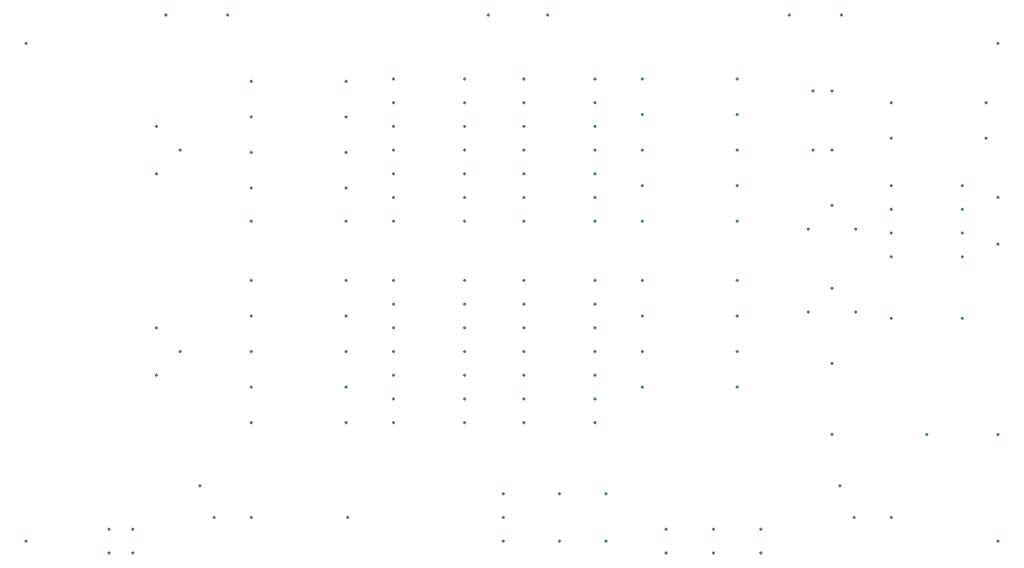
<source format=gbo>
%TF.GenerationSoftware,KiCad,Pcbnew,7.0.8*%
%TF.CreationDate,2024-06-10T01:14:46+01:00*%
%TF.ProjectId,BSPD_ManchesterStingerMotorsports,42535044-5f4d-4616-9e63-686573746572,V3.0*%
%TF.SameCoordinates,Original*%
%TF.FileFunction,Legend,Bot*%
%TF.FilePolarity,Positive*%
%FSLAX46Y46*%
G04 Gerber Fmt 4.6, Leading zero omitted, Abs format (unit mm)*
G04 Created by KiCad (PCBNEW 7.0.8) date 2024-06-10 01:14:46*
%MOMM*%
%LPD*%
G01*
G04 APERTURE LIST*
%ADD10C,0.350000*%
G04 APERTURE END LIST*
D10*
X138918000Y-81783000D03*
X138918000Y-84323000D03*
X138918000Y-86863000D03*
X138918000Y-89403000D03*
X138918000Y-91943000D03*
X138918000Y-94483000D03*
X138918000Y-97023000D03*
X146538000Y-97023000D03*
X146538000Y-94483000D03*
X146538000Y-91943000D03*
X146538000Y-89403000D03*
X146538000Y-86863000D03*
X146538000Y-84323000D03*
X146538000Y-81783000D03*
X151618000Y-97023000D03*
X161778000Y-97023000D03*
X151618000Y-110993000D03*
X161778000Y-110993000D03*
X154158000Y-130043000D03*
X154158000Y-132583000D03*
X169388000Y-97873000D03*
X171928000Y-95333000D03*
X174468000Y-97873000D03*
X169938000Y-89403000D03*
X171938000Y-89403000D03*
X99548000Y-113533000D03*
X102088000Y-110993000D03*
X99548000Y-108453000D03*
X159238000Y-130043000D03*
X159238000Y-132583000D03*
X124948000Y-103368000D03*
X124948000Y-105908000D03*
X124948000Y-108448000D03*
X124948000Y-110988000D03*
X124948000Y-113528000D03*
X124948000Y-116068000D03*
X124948000Y-118608000D03*
X132568000Y-118608000D03*
X132568000Y-116068000D03*
X132568000Y-113528000D03*
X132568000Y-110988000D03*
X132568000Y-108448000D03*
X132568000Y-105908000D03*
X132568000Y-103368000D03*
X85578000Y-131313000D03*
X142768000Y-126233000D03*
X147768000Y-126233000D03*
X94468000Y-132583000D03*
X97008000Y-132583000D03*
X94468000Y-130043000D03*
X97008000Y-130043000D03*
X100564000Y-74925000D03*
X172828000Y-125373000D03*
X174328000Y-128773000D03*
X178288000Y-128773000D03*
X109708000Y-114803000D03*
X119868000Y-114803000D03*
X178288000Y-107437000D03*
X185908000Y-107437000D03*
X169938000Y-83053000D03*
X171938000Y-83053000D03*
X189718000Y-99523000D03*
X189718000Y-94523000D03*
X141458000Y-74925000D03*
X172954000Y-74925000D03*
X109708000Y-93453000D03*
X119868000Y-93453000D03*
X178288000Y-88133000D03*
X188448000Y-88133000D03*
X120058000Y-128773000D03*
X136718000Y-131313000D03*
X136718000Y-128773000D03*
X136718000Y-126233000D03*
X151618000Y-89403000D03*
X161778000Y-89403000D03*
X109718000Y-85828000D03*
X119878000Y-85828000D03*
X109708000Y-118613000D03*
X119868000Y-118613000D03*
X142768000Y-131313000D03*
X147768000Y-131313000D03*
X104248000Y-125373000D03*
X105748000Y-128773000D03*
X109708000Y-128773000D03*
X164318000Y-130043000D03*
X164318000Y-132583000D03*
X109708000Y-110993000D03*
X119868000Y-110993000D03*
X85578000Y-77973000D03*
X178288000Y-93213000D03*
X178288000Y-95753000D03*
X178288000Y-98293000D03*
X178288000Y-100833000D03*
X185908000Y-100833000D03*
X185908000Y-98293000D03*
X185908000Y-95753000D03*
X185908000Y-93213000D03*
X124948000Y-81778000D03*
X124948000Y-84318000D03*
X124948000Y-86858000D03*
X124948000Y-89398000D03*
X124948000Y-91938000D03*
X124948000Y-94478000D03*
X124948000Y-97018000D03*
X132568000Y-97018000D03*
X132568000Y-94478000D03*
X132568000Y-91938000D03*
X132568000Y-89398000D03*
X132568000Y-86858000D03*
X132568000Y-84318000D03*
X132568000Y-81778000D03*
X135108000Y-74925000D03*
X109708000Y-107183000D03*
X119868000Y-107183000D03*
X109708000Y-97023000D03*
X119868000Y-97023000D03*
X189718000Y-77973000D03*
X151618000Y-107183000D03*
X161778000Y-107183000D03*
X171938000Y-119883000D03*
X182098000Y-119883000D03*
X189718000Y-119883000D03*
X171938000Y-112263000D03*
X151618000Y-114803000D03*
X161778000Y-114803000D03*
X99548000Y-91943000D03*
X102088000Y-89403000D03*
X99548000Y-86863000D03*
X151618000Y-103373000D03*
X161778000Y-103373000D03*
X109708000Y-89643000D03*
X119868000Y-89643000D03*
X151618000Y-81783000D03*
X161778000Y-81783000D03*
X167366000Y-74925000D03*
X107168000Y-74925000D03*
X178288000Y-84323000D03*
X188448000Y-84323000D03*
X151618000Y-85593000D03*
X161778000Y-85593000D03*
X109718000Y-82018000D03*
X119878000Y-82018000D03*
X169388000Y-106763000D03*
X171928000Y-104223000D03*
X174468000Y-106763000D03*
X151618000Y-93213000D03*
X161778000Y-93213000D03*
X109708000Y-103373000D03*
X119868000Y-103373000D03*
X138918000Y-103373000D03*
X138918000Y-105913000D03*
X138918000Y-108453000D03*
X138918000Y-110993000D03*
X138918000Y-113533000D03*
X138918000Y-116073000D03*
X138918000Y-118613000D03*
X146538000Y-118613000D03*
X146538000Y-116073000D03*
X146538000Y-113533000D03*
X146538000Y-110993000D03*
X146538000Y-108453000D03*
X146538000Y-105913000D03*
X146538000Y-103373000D03*
X189718000Y-131313000D03*
M02*

</source>
